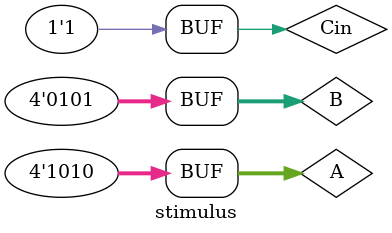
<source format=v>

module FA(sum,cout,a,b,cin);
    output sum, cout;
    input a,b, cin;

    wire s1,c1,c2;

    xor (s1,a,b);
    and (c1,a,b);

    xor (sum, s1,cin);
    and (c2,s1,cin);

    xor (cout,c2,c1);
    
endmodule

module FA4(sum,cout,a,b,cin);
    output [3:0] sum;
    output cout;
    input [3:0] a,b;
    input cin;

    wire c1,c2,c3;

    FA fa0(sum[0],c1,a[0],b[0],cin);
    FA fa1(sum[1],c2,a[1],b[1],c1);
    FA fa2(sum[2],c3,a[2],b[2],c2);
    FA fa3(sum[3],cout,a[3],b[3],c3);

endmodule

module stimulus;
    reg [3:0] A,B;
    reg Cin;
    wire [3:0] Sum;
    wire Cout;

    FA4 fa1_4(Sum, Cout, A, B, Cin);
    initial
    begin
        $monitor($time, " A = %b, B = %b, Cin = %b, --- Cout = %b, SUM = %b\n",A,B,Cin,Cout,Sum);
    end

    initial
    begin
        A = 4'd0; B = 4'd0; Cin = 1'b0;

        #5 A = 4'd3; B = 4'd4;
        #5 A = 4'd2; B = 4'd5;
        #5 A = 4'd9; B = 4'd9;
        #5 A = 4'd10; B = 4'd15;
        #5 A = 4'd10; B = 4'd5; Cin = 1'b1;

    end

endmodule

</source>
